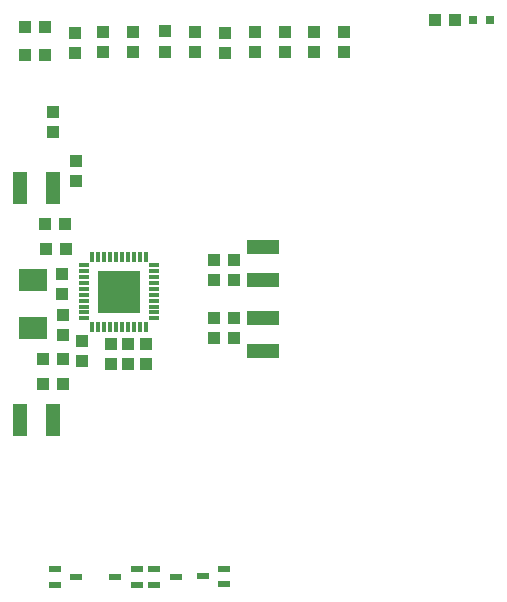
<source format=gbr>
G04 EAGLE Gerber RS-274X export*
G75*
%MOMM*%
%FSLAX34Y34*%
%LPD*%
%INSolderpaste Top*%
%IPPOS*%
%AMOC8*
5,1,8,0,0,1.08239X$1,22.5*%
G01*
%ADD10R,1.000000X1.100000*%
%ADD11R,1.100000X1.000000*%
%ADD12R,1.000000X0.500000*%
%ADD13R,2.400000X1.900000*%
%ADD14R,0.800000X0.800000*%
%ADD15R,2.700000X1.300000*%
%ADD16R,1.300000X2.700000*%
%ADD17R,0.300000X0.900000*%
%ADD18R,0.900000X0.300000*%
%ADD19R,3.606800X3.606800*%


D10*
X427500Y391500D03*
X427500Y408500D03*
X281960Y379920D03*
X281960Y396920D03*
D11*
X267100Y582300D03*
X250100Y582300D03*
X267100Y605400D03*
X250100Y605400D03*
X284300Y438800D03*
X267300Y438800D03*
X282300Y303700D03*
X265300Y303700D03*
D10*
X410710Y359020D03*
X410710Y342020D03*
X410500Y391500D03*
X410500Y408500D03*
X427030Y359020D03*
X427030Y342020D03*
X299000Y322500D03*
X299000Y339500D03*
X353000Y337570D03*
X353000Y320570D03*
D11*
X284800Y417900D03*
X267800Y417900D03*
X282300Y324600D03*
X265300Y324600D03*
D10*
X282420Y361740D03*
X282420Y344740D03*
D12*
X401000Y140500D03*
X419000Y134000D03*
X419000Y147000D03*
X378000Y140000D03*
X360000Y146500D03*
X360000Y133500D03*
X327000Y140000D03*
X345000Y133500D03*
X345000Y146500D03*
X293500Y140000D03*
X275500Y146500D03*
X275500Y133500D03*
D10*
X445200Y584300D03*
X445200Y601300D03*
X293800Y475500D03*
X293800Y492500D03*
X274500Y534000D03*
X274500Y517000D03*
D13*
X257300Y391600D03*
X257300Y350600D03*
D11*
X614670Y611500D03*
X597670Y611500D03*
D14*
X644545Y611500D03*
X629545Y611500D03*
D10*
X323000Y320500D03*
X323000Y337500D03*
D15*
X452000Y419500D03*
X452000Y391500D03*
X452000Y331000D03*
X452000Y359000D03*
D16*
X246000Y469000D03*
X274000Y469000D03*
X246000Y273000D03*
X274000Y273000D03*
D17*
X307500Y352000D03*
X312500Y352000D03*
X317500Y352000D03*
X322500Y352000D03*
X327500Y352000D03*
X332500Y352000D03*
X337500Y352000D03*
X342500Y352000D03*
X347500Y352000D03*
X352500Y352000D03*
D18*
X359500Y359000D03*
X359500Y364000D03*
X359500Y369000D03*
X359500Y374000D03*
X359500Y379000D03*
X359500Y384000D03*
X359500Y389000D03*
X359500Y394000D03*
X359500Y399000D03*
X359500Y404000D03*
D17*
X352500Y411000D03*
X347500Y411000D03*
X342500Y411000D03*
X337500Y411000D03*
X332500Y411000D03*
X327500Y411000D03*
X322500Y411000D03*
X317500Y411000D03*
X312500Y411000D03*
X307500Y411000D03*
D18*
X300500Y404000D03*
X300500Y399000D03*
X300500Y394000D03*
X300500Y389000D03*
X300500Y384000D03*
X300500Y379000D03*
X300500Y374000D03*
X300500Y369000D03*
X300500Y364000D03*
X300500Y359000D03*
D19*
X330000Y381500D03*
D10*
X338000Y337500D03*
X338000Y320500D03*
X470420Y584390D03*
X470420Y601390D03*
X495110Y584770D03*
X495110Y601770D03*
X419590Y583880D03*
X419590Y600880D03*
X394190Y584400D03*
X394190Y601400D03*
X368790Y584920D03*
X368790Y601920D03*
X342120Y584170D03*
X342120Y601170D03*
X292590Y583940D03*
X292590Y600940D03*
X316720Y584460D03*
X316720Y601460D03*
X520460Y584710D03*
X520460Y601710D03*
M02*

</source>
